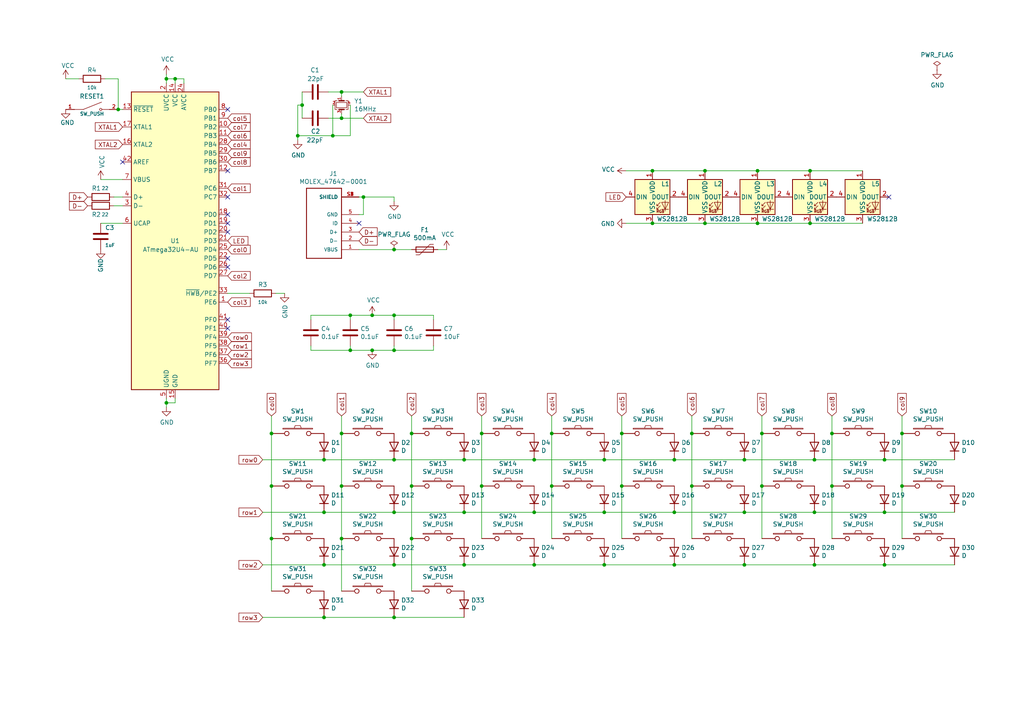
<source format=kicad_sch>
(kicad_sch (version 20230121) (generator eeschema)
  (paper "A4")
  (title_block (title "REVIUNG33") (date "2020-07-29") (rev "1.1.1"))
  (lib_symbols
    (symbol "Device:C" (pin_numbers hide) (pin_names (offset 0.254))
      (property "Reference" "C" (at 0.635 2.54 0))
      (property "Value" "C" (at 0.635 -2.54 0))
      (symbol "C_0_1"
        (polyline (pts (xy -2.032 -0.762) (xy 2.032 -0.762)) (stroke (width 0.508)))
        (polyline (pts (xy -2.032 0.762) (xy 2.032 0.762)) (stroke (width 0.508)))
      )
      (symbol "C_1_1"
        (pin passive line (at 0 3.81 270) (length 2.794) (name "~") (number "1"))
        (pin passive line (at 0 -3.81 90) (length 2.794) (name "~") (number "2"))
      )
    )
    (symbol "Device:Crystal_GND24_Small" (pin_names (offset 1.016) hide)
      (property "Reference" "Y" (at 1.27 4.445 0))
      (property "Value" "Crystal_GND24_Small" (at 1.27 2.54 0))
      (symbol "Crystal_GND24_Small_0_1"
        (rectangle (start -0.762 -1.524) (end 0.762 1.524))
        (polyline (pts (xy -1.27 -0.762) (xy -1.27 0.762)) (stroke (width 0.381)))
        (polyline (pts (xy 1.27 -0.762) (xy 1.27 0.762)) (stroke (width 0.381)))
        (polyline (pts (xy -1.27 -1.27) (xy -1.27 -1.905) (xy 1.27 -1.905) (xy 1.27 -1.27)))
        (polyline (pts (xy -1.27 1.27) (xy -1.27 1.905) (xy 1.27 1.905) (xy 1.27 1.27)))
      )
      (symbol "Crystal_GND24_Small_1_1"
        (pin passive line (at -2.54 0 0) (length 1.27) (name "1") (number "1"))
        (pin passive line (at 0 -2.54 90) (length 0.635) (name "2") (number "2"))
        (pin passive line (at 2.54 0 180) (length 1.27) (name "3") (number "3"))
        (pin passive line (at 0 2.54 270) (length 0.635) (name "4") (number "4"))
      )
    )
    (symbol "Device:D" (pin_numbers hide) (pin_names (offset 1.016) hide)
      (property "Reference" "D" (at 0 2.54 0))
      (property "Value" "D" (at 0 -2.54 0))
      (symbol "D_0_1"
        (polyline (pts (xy -1.27 1.27) (xy -1.27 -1.27)) (stroke (width 0.254)))
        (polyline (pts (xy 1.27 0) (xy -1.27 0)))
        (polyline (pts (xy 1.27 1.27) (xy 1.27 -1.27) (xy -1.27 0) (xy 1.27 1.27)) (stroke (width 0.254)))
      )
      (symbol "D_1_1"
        (pin passive line (at -3.81 0 0) (length 2.54) (name "K") (number "1"))
        (pin passive line (at 3.81 0 180) (length 2.54) (name "A") (number "2"))
      )
    )
    (symbol "Device:Polyfuse" (pin_numbers hide) (pin_names (offset 0))
      (property "Reference" "F" (at -2.54 0 90))
      (property "Value" "Polyfuse" (at 2.54 0 90))
      (symbol "Polyfuse_0_1"
        (rectangle (start -0.762 2.54) (end 0.762 -2.54) (stroke (width 0.254)))
        (polyline (pts (xy 0 2.54) (xy 0 -2.54)))
        (polyline (pts (xy -1.524 2.54) (xy -1.524 1.524) (xy 1.524 -1.524) (xy 1.524 -2.54)))
      )
      (symbol "Polyfuse_1_1"
        (pin passive line (at 0 3.81 270) (length 1.27) (name "~") (number "1"))
        (pin passive line (at 0 -3.81 90) (length 1.27) (name "~") (number "2"))
      )
    )
    (symbol "Device:R" (pin_numbers hide) (pin_names (offset 0))
      (property "Reference" "R" (at 2.032 0 90))
      (property "Value" "R" (at 0 0 90))
      (symbol "R_0_1"
        (rectangle (start -1.016 -2.54) (end 1.016 2.54) (stroke (width 0.254)))
      )
      (symbol "R_1_1"
        (pin passive line (at 0 3.81 270) (length 1.27) (name "~") (number "1"))
        (pin passive line (at 0 -3.81 90) (length 1.27) (name "~") (number "2"))
      )
    )
    (symbol "LED:WS2812B" (pin_names (offset 0.254))
      (property "Reference" "D" (at 5.08 5.715 0))
      (property "Value" "WS2812B" (at 1.27 -5.715 0))
      (symbol "WS2812B_0_0"
        (text "RGB" (at 2.286 -4.191 0) (effects (font (size 0.762 0.762))))
      )
      (symbol "WS2812B_0_1"
        (polyline (pts (xy 1.27 -3.556) (xy 1.778 -3.556)))
        (polyline (pts (xy 1.27 -2.54) (xy 1.778 -2.54)))
        (polyline (pts (xy 4.699 -3.556) (xy 2.667 -3.556)))
        (polyline (pts (xy 2.286 -2.54) (xy 1.27 -3.556) (xy 1.27 -3.048)))
        (polyline (pts (xy 2.286 -1.524) (xy 1.27 -2.54) (xy 1.27 -2.032)))
        (polyline (pts (xy 3.683 -1.016) (xy 3.683 -3.556) (xy 3.683 -4.064)))
        (polyline (pts (xy 4.699 -1.524) (xy 2.667 -1.524) (xy 3.683 -3.556) (xy 4.699 -1.524)))
        (rectangle (start 5.08 5.08) (end -5.08 -5.08) (stroke (width 0.254)) (fill (type background)))
      )
      (symbol "WS2812B_1_1"
        (pin power_in line (at 0 7.62 270) (length 2.54) (name "VDD") (number "1"))
        (pin output line (at 7.62 0 180) (length 2.54) (name "DOUT") (number "2"))
        (pin power_in line (at 0 -7.62 90) (length 2.54) (name "VSS") (number "3"))
        (pin input line (at -7.62 0 0) (length 2.54) (name "DIN") (number "4"))
      )
    )
    (symbol "power:GND" (power) (pin_names (offset 0))
      (property "Value" "GND" (at 0 -3.81 0))
      (symbol "GND_0_1"
        (polyline (pts (xy 0 0) (xy 0 -1.27) (xy 1.27 -1.27) (xy 0 -2.54) (xy -1.27 -1.27) (xy 0 -1.27)))
      )
      (symbol "GND_1_1"
        (pin power_in line (at 0 0 270) (length 0) hide (name "GND") (number "1"))
      )
    )
    (symbol "power:PWR_FLAG" (power) (pin_numbers hide) (pin_names (offset 0) hide)
      (property "Value" "PWR_FLAG" (at 0 3.81 0))
      (symbol "PWR_FLAG_0_0"
        (pin power_out line (at 0 0 90) (length 0) (name "pwr") (number "1"))
      )
      (symbol "PWR_FLAG_0_1"
        (polyline (pts (xy 0 0) (xy 0 1.27) (xy -1.016 1.905) (xy 0 2.54) (xy 1.016 1.905) (xy 0 1.27)))
      )
    )
    (symbol "power:VCC" (power) (pin_names (offset 0))
      (property "Value" "VCC" (at 0 3.81 0))
      (symbol "VCC_0_1"
        (polyline (pts (xy -0.762 1.27) (xy 0 2.54)))
        (polyline (pts (xy 0 0) (xy 0 2.54)))
        (polyline (pts (xy 0 2.54) (xy 0.762 1.27)))
      )
      (symbol "VCC_1_1"
        (pin power_in line (at 0 0 90) (length 0) hide (name "VCC") (number "1"))
      )
    )
    (symbol "reviung33-rescue:ATmega32U4-AU-MCU_Microchip_ATmega"
      (property "Reference" "U" (at -12.7 44.45 0))
      (property "Value" "MCU_Microchip_ATmega_ATmega32U4-AU" (at 2.54 -44.45 0))
      (symbol "ATmega32U4-AU-MCU_Microchip_ATmega_0_1"
        (rectangle (start -12.7 -43.18) (end 12.7 43.18) (stroke (width 0.254)) (fill (type background)))
      )
      (symbol "ATmega32U4-AU-MCU_Microchip_ATmega_1_1"
        (pin bidirectional line (at 15.24 -17.78 180) (length 2.54) (name "PE6") (number "1"))
        (pin bidirectional line (at 15.24 33.02 180) (length 2.54) (name "PB2") (number "10"))
        (pin bidirectional line (at 15.24 30.48 180) (length 2.54) (name "PB3") (number "11"))
        (pin bidirectional line (at 15.24 20.32 180) (length 2.54) (name "PB7") (number "12"))
        (pin input line (at -15.24 38.1 0) (length 2.54) (name "~{RESET}") (number "13"))
        (pin power_in line (at 0 45.72 270) (length 2.54) (name "VCC") (number "14"))
        (pin power_in line (at 0 -45.72 90) (length 2.54) (name "GND") (number "15"))
        (pin output line (at -15.24 27.94 0) (length 2.54) (name "XTAL2") (number "16"))
        (pin input line (at -15.24 33.02 0) (length 2.54) (name "XTAL1") (number "17"))
        (pin bidirectional line (at 15.24 7.62 180) (length 2.54) (name "PD0") (number "18"))
        (pin bidirectional line (at 15.24 5.08 180) (length 2.54) (name "PD1") (number "19"))
        (pin power_in line (at -2.54 45.72 270) (length 2.54) (name "UVCC") (number "2"))
        (pin bidirectional line (at 15.24 2.54 180) (length 2.54) (name "PD2") (number "20"))
        (pin bidirectional line (at 15.24 0 180) (length 2.54) (name "PD3") (number "21"))
        (pin bidirectional line (at 15.24 -5.08 180) (length 2.54) (name "PD5") (number "22"))
        (pin passive line (at 0 -45.72 90) (length 2.54) hide (name "GND") (number "23"))
        (pin power_in line (at 2.54 45.72 270) (length 2.54) (name "AVCC") (number "24"))
        (pin bidirectional line (at 15.24 -2.54 180) (length 2.54) (name "PD4") (number "25"))
        (pin bidirectional line (at 15.24 -7.62 180) (length 2.54) (name "PD6") (number "26"))
        (pin bidirectional line (at 15.24 -10.16 180) (length 2.54) (name "PD7") (number "27"))
        (pin bidirectional line (at 15.24 27.94 180) (length 2.54) (name "PB4") (number "28"))
        (pin bidirectional line (at 15.24 25.4 180) (length 2.54) (name "PB5") (number "29"))
        (pin bidirectional line (at -15.24 10.16 0) (length 2.54) (name "D-") (number "3"))
        (pin bidirectional line (at 15.24 22.86 180) (length 2.54) (name "PB6") (number "30"))
        (pin bidirectional line (at 15.24 15.24 180) (length 2.54) (name "PC6") (number "31"))
        (pin bidirectional line (at 15.24 12.7 180) (length 2.54) (name "PC7") (number "32"))
        (pin bidirectional line (at 15.24 -15.24 180) (length 2.54) (name "~{HWB}/PE2") (number "33"))
        (pin passive line (at 0 45.72 270) (length 2.54) hide (name "VCC") (number "34"))
        (pin passive line (at 0 -45.72 90) (length 2.54) hide (name "GND") (number "35"))
        (pin bidirectional line (at 15.24 -35.56 180) (length 2.54) (name "PF7") (number "36"))
        (pin bidirectional line (at 15.24 -33.02 180) (length 2.54) (name "PF6") (number "37"))
        (pin bidirectional line (at 15.24 -30.48 180) (length 2.54) (name "PF5") (number "38"))
        (pin bidirectional line (at 15.24 -27.94 180) (length 2.54) (name "PF4") (number "39"))
        (pin bidirectional line (at -15.24 12.7 0) (length 2.54) (name "D+") (number "4"))
        (pin bidirectional line (at 15.24 -25.4 180) (length 2.54) (name "PF1") (number "40"))
        (pin bidirectional line (at 15.24 -22.86 180) (length 2.54) (name "PF0") (number "41"))
        (pin passive line (at -15.24 22.86 0) (length 2.54) (name "AREF") (number "42"))
        (pin passive line (at 0 -45.72 90) (length 2.54) hide (name "GND") (number "43"))
        (pin passive line (at 2.54 45.72 270) (length 2.54) hide (name "AVCC") (number "44"))
        (pin passive line (at -2.54 -45.72 90) (length 2.54) (name "UGND") (number "5"))
        (pin passive line (at -15.24 5.08 0) (length 2.54) (name "UCAP") (number "6"))
        (pin input line (at -15.24 17.78 0) (length 2.54) (name "VBUS") (number "7"))
        (pin bidirectional line (at 15.24 38.1 180) (length 2.54) (name "PB0") (number "8"))
        (pin bidirectional line (at 15.24 35.56 180) (length 2.54) (name "PB1") (number "9"))
      )
    )
    (symbol "reviung33-rescue:B3U-1000P-_kbd_B3U-1000P" (pin_names (offset 1.016) hide)
      (property "Reference" "S" (at -2.54 2.54 0))
      (property "Value" "_kbd_B3U-1000P_B3U-1000P" (at -2.54 -2.54 0))
      (symbol "B3U-1000P-_kbd_B3U-1000P_0_0"
        (polyline (pts (xy -2.54 0) (xy -5.08 0)) (stroke (width 0.1524)))
        (polyline (pts (xy -2.54 0) (xy 2.794 2.1336)) (stroke (width 0.1524)))
        (polyline (pts (xy 5.08 0) (xy 2.921 0)) (stroke (width 0.1524)))
        (circle (center 2.54 0) (radius 0.3302) (stroke (width 0.1524)))
        (pin passive line (at -7.62 0 0) (length 2.54) (name "1") (number "1"))
        (pin passive line (at 7.62 0 180) (length 2.54) (name "2") (number "2"))
      )
    )
    (symbol "reviung33-rescue:MOLEX_47642-0001-_reviung-kbd" (pin_names (offset 1.016))
      (property "Reference" "J" (at -5.08 11.43 0))
      (property "Value" "_reviung-kbd_MOLEX_47642-0001" (at -5.08 -12.7 0))
      (symbol "MOLEX_47642-0001-_reviung-kbd_0_0"
        (polyline (pts (xy -5.08 -10.16) (xy 5.08 -10.16)) (stroke (width 0.254)))
        (polyline (pts (xy -5.08 10.16) (xy -5.08 -10.16)) (stroke (width 0.254)))
        (polyline (pts (xy 5.08 -10.16) (xy 5.08 10.16)) (stroke (width 0.254)))
        (polyline (pts (xy 5.08 10.16) (xy -5.08 10.16)) (stroke (width 0.254)))
        (pin power_in line (at -10.16 7.62 0) (length 5.08) (name "VBUS") (number "1"))
        (pin bidirectional line (at -10.16 5.08 0) (length 5.08) (name "D-") (number "2"))
        (pin bidirectional line (at -10.16 2.54 0) (length 5.08) (name "D+") (number "3"))
        (pin bidirectional line (at -10.16 0 0) (length 5.08) (name "ID") (number "4"))
        (pin power_in line (at -10.16 -2.54 0) (length 5.08) (name "GND") (number "5"))
        (pin power_in line (at -10.16 -7.62 0) (length 5.08) (name "SHIELD") (number "S1"))
        (pin power_in line (at -10.16 -7.62 0) (length 5.08) (name "SHIELD") (number "S2"))
        (pin power_in line (at -10.16 -7.62 0) (length 5.08) (name "SHIELD") (number "S3"))
        (pin power_in line (at -10.16 -7.62 0) (length 5.08) (name "SHIELD") (number "S4"))
      )
    )
    (symbol "reviung33-rescue:SW_PUSH-_reviung-kbd" (pin_numbers hide) (pin_names (offset 1.016) hide)
      (property "Reference" "SW" (at 3.81 2.794 0))
      (property "Value" "_reviung-kbd_SW_PUSH" (at 0 -2.032 0))
      (symbol "SW_PUSH-_reviung-kbd_0_1"
        (rectangle (start -4.318 1.27) (end 4.318 1.524))
        (polyline (pts (xy -1.016 1.524) (xy -0.762 2.286) (xy 0.762 2.286) (xy 1.016 1.524)))
        (pin passive inverted (at -7.62 0 0) (length 5.08) (name "1") (number "1"))
        (pin passive inverted (at 7.62 0 180) (length 5.08) (name "2") (number "2"))
      )
    )
  )
  (junction (at 134.62 148.59))
  (junction (at 93.98 133.35))
  (junction (at 219.71 49.53))
  (junction (at 241.3 140.97))
  (junction (at 114.3 163.83))
  (junction (at 105.41 57.15))
  (junction (at 78.74 125.73))
  (junction (at 256.54 163.83))
  (junction (at 48.26 22.86))
  (junction (at 220.98 125.73))
  (junction (at 204.47 64.77))
  (junction (at 160.02 140.97))
  (junction (at 114.3 148.59))
  (junction (at 107.95 101.6))
  (junction (at 175.26 163.83))
  (junction (at 34.29 31.75))
  (junction (at 154.94 133.35))
  (junction (at 93.98 163.83))
  (junction (at 234.95 64.77))
  (junction (at 99.06 140.97))
  (junction (at 256.54 133.35))
  (junction (at 204.47 49.53))
  (junction (at 195.58 133.35))
  (junction (at 261.62 140.97))
  (junction (at 154.94 163.83))
  (junction (at 236.22 133.35))
  (junction (at 220.98 140.97))
  (junction (at 200.66 140.97))
  (junction (at 180.34 125.73))
  (junction (at 114.3 72.39))
  (junction (at 119.38 156.21))
  (junction (at 87.63 30.48))
  (junction (at 93.98 148.59))
  (junction (at 175.26 148.59))
  (junction (at 78.74 156.21))
  (junction (at 99.06 26.67))
  (junction (at 195.58 163.83))
  (junction (at 114.3 179.07))
  (junction (at 99.06 125.73))
  (junction (at 134.62 163.83))
  (junction (at 114.3 91.44))
  (junction (at 236.22 163.83))
  (junction (at 139.7 140.97))
  (junction (at 180.34 140.97))
  (junction (at 160.02 125.73))
  (junction (at 189.23 64.77))
  (junction (at 241.3 125.73))
  (junction (at 219.71 64.77))
  (junction (at 234.95 49.53))
  (junction (at 119.38 125.73))
  (junction (at 107.95 91.44))
  (junction (at 96.52 39.37))
  (junction (at 200.66 125.73))
  (junction (at 86.36 39.37))
  (junction (at 114.3 101.6))
  (junction (at 256.54 148.59))
  (junction (at 99.06 34.29))
  (junction (at 119.38 140.97))
  (junction (at 101.6 101.6))
  (junction (at 114.3 133.35))
  (junction (at 195.58 148.59))
  (junction (at 215.9 133.35))
  (junction (at 154.94 148.59))
  (junction (at 189.23 49.53))
  (junction (at 99.06 156.21))
  (junction (at 175.26 133.35))
  (junction (at 48.26 116.84))
  (junction (at 78.74 140.97))
  (junction (at 134.62 133.35))
  (junction (at 215.9 163.83))
  (junction (at 261.62 125.73))
  (junction (at 50.8 22.86))
  (junction (at 93.98 179.07))
  (junction (at 215.9 148.59))
  (junction (at 236.22 148.59))
  (junction (at 139.7 125.73))
  (junction (at 101.6 91.44))
  (no_connect (at 66.04 77.47))
  (no_connect (at 66.04 67.31))
  (no_connect (at 66.04 57.15))
  (no_connect (at 66.04 74.93))
  (no_connect (at 66.04 95.25))
  (no_connect (at 104.14 64.77))
  (no_connect (at 66.04 49.53))
  (no_connect (at 66.04 62.23))
  (no_connect (at 35.56 46.99))
  (no_connect (at 66.04 92.71))
  (no_connect (at 257.81 57.15))
  (no_connect (at 66.04 64.77))
  (no_connect (at 66.04 31.75))
  (wire (pts (xy 35.56 31.75) (xy 34.29 31.75)))
  (wire (pts (xy 219.71 49.53) (xy 234.95 49.53)))
  (wire (pts (xy 78.74 125.73) (xy 78.74 140.97)))
  (wire (pts (xy 125.73 101.6) (xy 114.3 101.6)))
  (wire (pts (xy 48.26 24.13) (xy 48.26 22.86)))
  (wire (pts (xy 93.98 163.83) (xy 114.3 163.83)))
  (wire (pts (xy 86.36 30.48) (xy 87.63 30.48)))
  (wire (pts (xy 90.17 101.6) (xy 90.17 100.33)))
  (wire (pts (xy 139.7 140.97) (xy 139.7 156.21)))
  (wire (pts (xy 101.6 101.6) (xy 90.17 101.6)))
  (wire (pts (xy 48.26 116.84) (xy 48.26 118.11)))
  (wire (pts (xy 114.3 133.35) (xy 134.62 133.35)))
  (wire (pts (xy 86.36 30.48) (xy 86.36 39.37)))
  (wire (pts (xy 154.94 133.35) (xy 175.26 133.35)))
  (wire (pts (xy 175.26 133.35) (xy 195.58 133.35)))
  (wire (pts (xy 93.98 148.59) (xy 114.3 148.59)))
  (wire (pts (xy 154.94 163.83) (xy 175.26 163.83)))
  (wire (pts (xy 105.41 57.15) (xy 114.3 57.15)))
  (wire (pts (xy 105.41 62.23) (xy 105.41 57.15)))
  (wire (pts (xy 99.06 140.97) (xy 99.06 156.21)))
  (wire (pts (xy 78.74 156.21) (xy 78.74 171.45)))
  (wire (pts (xy 78.74 140.97) (xy 78.74 156.21)))
  (wire (pts (xy 114.3 163.83) (xy 134.62 163.83)))
  (wire (pts (xy 180.34 125.73) (xy 180.34 140.97)))
  (wire (pts (xy 139.7 120.65) (xy 139.7 125.73)))
  (wire (pts (xy 90.17 92.71) (xy 90.17 91.44)))
  (wire (pts (xy 105.41 57.15) (xy 104.14 57.15)))
  (wire (pts (xy 76.2 179.07) (xy 93.98 179.07)))
  (wire (pts (xy 80.01 85.09) (xy 82.55 85.09)))
  (wire (pts (xy 33.02 57.15) (xy 35.56 57.15)))
  (wire (pts (xy 236.22 133.35) (xy 256.54 133.35)))
  (wire (pts (xy 90.17 91.44) (xy 101.6 91.44)))
  (wire (pts (xy 76.2 133.35) (xy 93.98 133.35)))
  (wire (pts (xy 48.26 22.86) (xy 48.26 21.59)))
  (wire (pts (xy 114.3 101.6) (xy 107.95 101.6)))
  (wire (pts (xy 189.23 64.77) (xy 204.47 64.77)))
  (wire (pts (xy 160.02 140.97) (xy 160.02 156.21)))
  (wire (pts (xy 86.36 39.37) (xy 86.36 40.64)))
  (wire (pts (xy 114.3 92.71) (xy 114.3 91.44)))
  (wire (pts (xy 101.6 30.48) (xy 101.6 39.37)))
  (wire (pts (xy 175.26 148.59) (xy 195.58 148.59)))
  (wire (pts (xy 261.62 140.97) (xy 261.62 156.21)))
  (wire (pts (xy 215.9 148.59) (xy 236.22 148.59)))
  (wire (pts (xy 99.06 26.67) (xy 99.06 27.94)))
  (wire (pts (xy 119.38 120.65) (xy 119.38 125.73)))
  (wire (pts (xy 105.41 34.29) (xy 99.06 34.29)))
  (wire (pts (xy 204.47 49.53) (xy 219.71 49.53)))
  (wire (pts (xy 200.66 120.65) (xy 200.66 125.73)))
  (wire (pts (xy 96.52 39.37) (xy 96.52 30.48)))
  (wire (pts (xy 50.8 22.86) (xy 48.26 22.86)))
  (wire (pts (xy 53.34 24.13) (xy 53.34 22.86)))
  (wire (pts (xy 180.34 140.97) (xy 180.34 156.21)))
  (wire (pts (xy 241.3 120.65) (xy 241.3 125.73)))
  (wire (pts (xy 236.22 148.59) (xy 256.54 148.59)))
  (wire (pts (xy 256.54 148.59) (xy 276.86 148.59)))
  (wire (pts (xy 34.29 22.86) (xy 30.48 22.86)))
  (wire (pts (xy 101.6 39.37) (xy 96.52 39.37)))
  (wire (pts (xy 114.3 100.33) (xy 114.3 101.6)))
  (wire (pts (xy 76.2 148.59) (xy 93.98 148.59)))
  (wire (pts (xy 160.02 120.65) (xy 160.02 125.73)))
  (wire (pts (xy 261.62 125.73) (xy 261.62 140.97)))
  (wire (pts (xy 200.66 125.73) (xy 200.66 140.97)))
  (wire (pts (xy 241.3 140.97) (xy 241.3 156.21)))
  (wire (pts (xy 119.38 140.97) (xy 119.38 156.21)))
  (wire (pts (xy 22.86 22.86) (xy 19.05 22.86)))
  (wire (pts (xy 134.62 148.59) (xy 154.94 148.59)))
  (wire (pts (xy 195.58 163.83) (xy 215.9 163.83)))
  (wire (pts (xy 256.54 133.35) (xy 276.86 133.35)))
  (wire (pts (xy 114.3 148.59) (xy 134.62 148.59)))
  (wire (pts (xy 93.98 133.35) (xy 114.3 133.35)))
  (wire (pts (xy 34.29 31.75) (xy 34.29 22.86)))
  (wire (pts (xy 93.98 179.07) (xy 114.3 179.07)))
  (wire (pts (xy 114.3 179.07) (xy 134.62 179.07)))
  (wire (pts (xy 219.71 64.77) (xy 234.95 64.77)))
  (wire (pts (xy 220.98 125.73) (xy 220.98 140.97)))
  (wire (pts (xy 66.04 85.09) (xy 72.39 85.09)))
  (wire (pts (xy 78.74 120.65) (xy 78.74 125.73)))
  (wire (pts (xy 99.06 125.73) (xy 99.06 140.97)))
  (wire (pts (xy 104.14 72.39) (xy 114.3 72.39)))
  (wire (pts (xy 236.22 163.83) (xy 256.54 163.83)))
  (wire (pts (xy 195.58 148.59) (xy 215.9 148.59)))
  (wire (pts (xy 234.95 64.77) (xy 250.19 64.77)))
  (wire (pts (xy 99.06 156.21) (xy 99.06 171.45)))
  (wire (pts (xy 76.2 163.83) (xy 93.98 163.83)))
  (wire (pts (xy 127 72.39) (xy 129.54 72.39)))
  (wire (pts (xy 125.73 91.44) (xy 125.73 92.71)))
  (wire (pts (xy 119.38 156.21) (xy 119.38 171.45)))
  (wire (pts (xy 195.58 133.35) (xy 215.9 133.35)))
  (wire (pts (xy 107.95 101.6) (xy 101.6 101.6)))
  (wire (pts (xy 220.98 120.65) (xy 220.98 125.73)))
  (wire (pts (xy 101.6 100.33) (xy 101.6 101.6)))
  (wire (pts (xy 261.62 120.65) (xy 261.62 125.73)))
  (wire (pts (xy 96.52 39.37) (xy 86.36 39.37)))
  (wire (pts (xy 234.95 49.53) (xy 250.19 49.53)))
  (wire (pts (xy 35.56 64.77) (xy 29.21 64.77)))
  (wire (pts (xy 87.63 26.67) (xy 87.63 30.48)))
  (wire (pts (xy 33.02 59.69) (xy 35.56 59.69)))
  (wire (pts (xy 200.66 140.97) (xy 200.66 156.21)))
  (wire (pts (xy 180.34 120.65) (xy 180.34 125.73)))
  (wire (pts (xy 48.26 115.57) (xy 48.26 116.84)))
  (wire (pts (xy 125.73 100.33) (xy 125.73 101.6)))
  (wire (pts (xy 105.41 26.67) (xy 99.06 26.67)))
  (wire (pts (xy 215.9 163.83) (xy 236.22 163.83)))
  (wire (pts (xy 104.14 62.23) (xy 105.41 62.23)))
  (wire (pts (xy 119.38 125.73) (xy 119.38 140.97)))
  (wire (pts (xy 50.8 116.84) (xy 48.26 116.84)))
  (wire (pts (xy 114.3 57.15) (xy 114.3 58.42)))
  (wire (pts (xy 134.62 163.83) (xy 154.94 163.83)))
  (wire (pts (xy 50.8 24.13) (xy 50.8 22.86)))
  (wire (pts (xy 29.21 52.07) (xy 35.56 52.07)))
  (wire (pts (xy 101.6 91.44) (xy 107.95 91.44)))
  (wire (pts (xy 189.23 49.53) (xy 204.47 49.53)))
  (wire (pts (xy 181.61 49.53) (xy 189.23 49.53)))
  (wire (pts (xy 215.9 133.35) (xy 236.22 133.35)))
  (wire (pts (xy 99.06 34.29) (xy 95.25 34.29)))
  (wire (pts (xy 99.06 26.67) (xy 95.25 26.67)))
  (wire (pts (xy 114.3 91.44) (xy 125.73 91.44)))
  (wire (pts (xy 204.47 64.77) (xy 219.71 64.77)))
  (wire (pts (xy 107.95 91.44) (xy 114.3 91.44)))
  (wire (pts (xy 220.98 140.97) (xy 220.98 156.21)))
  (wire (pts (xy 175.26 163.83) (xy 195.58 163.83)))
  (wire (pts (xy 181.61 64.77) (xy 189.23 64.77)))
  (wire (pts (xy 114.3 72.39) (xy 119.38 72.39)))
  (wire (pts (xy 241.3 125.73) (xy 241.3 140.97)))
  (wire (pts (xy 87.63 30.48) (xy 87.63 34.29)))
  (wire (pts (xy 101.6 92.71) (xy 101.6 91.44)))
  (wire (pts (xy 53.34 22.86) (xy 50.8 22.86)))
  (wire (pts (xy 160.02 125.73) (xy 160.02 140.97)))
  (wire (pts (xy 134.62 133.35) (xy 154.94 133.35)))
  (wire (pts (xy 99.06 120.65) (xy 99.06 125.73)))
  (wire (pts (xy 256.54 163.83) (xy 276.86 163.83)))
  (wire (pts (xy 50.8 115.57) (xy 50.8 116.84)))
  (wire (pts (xy 99.06 34.29) (xy 99.06 33.02)))
  (wire (pts (xy 154.94 148.59) (xy 175.26 148.59)))
  (wire (pts (xy 139.7 125.73) (xy 139.7 140.97)))
  (global_label "col4" (shape input) (at 66.04 41.91 0) (property "Intersheetrefs" "${INTERSHEET_REFS}" (effects hide)))
  (global_label "XTAL1" (shape input) (at 105.41 26.67 0) (property "Intersheetrefs" "${INTERSHEET_REFS}" (effects hide)))
  (global_label "col1" (shape input) (at 66.04 54.61 0) (property "Intersheetrefs" "${INTERSHEET_REFS}" (effects hide)))
  (global_label "row0" (shape input) (at 76.2 133.35 180) (property "Intersheetrefs" "${INTERSHEET_REFS}" (effects hide)))
  (global_label "col5" (shape input) (at 180.34 120.65 90) (property "Intersheetrefs" "${INTERSHEET_REFS}" (effects hide)))
  (global_label "col0" (shape input) (at 66.04 72.39 0) (property "Intersheetrefs" "${INTERSHEET_REFS}" (effects hide)))
  (global_label "D+" (shape input) (at 104.14 67.31 0) (property "Intersheetrefs" "${INTERSHEET_REFS}" (effects hide)))
  (global_label "XTAL2" (shape input) (at 35.56 41.91 180) (property "Intersheetrefs" "${INTERSHEET_REFS}" (effects hide)))
  (global_label "col5" (shape input) (at 66.04 34.29 0) (property "Intersheetrefs" "${INTERSHEET_REFS}" (effects hide)))
  (global_label "col1" (shape input) (at 99.06 120.65 90) (property "Intersheetrefs" "${INTERSHEET_REFS}" (effects hide)))
  (global_label "row0" (shape input) (at 66.04 97.79 0) (property "Intersheetrefs" "${INTERSHEET_REFS}" (effects hide)))
  (global_label "D+" (shape input) (at 25.4 57.15 180) (property "Intersheetrefs" "${INTERSHEET_REFS}" (effects hide)))
  (global_label "XTAL1" (shape input) (at 35.56 36.83 180) (property "Intersheetrefs" "${INTERSHEET_REFS}" (effects hide)))
  (global_label "col9" (shape input) (at 66.04 44.45 0) (property "Intersheetrefs" "${INTERSHEET_REFS}" (effects hide)))
  (global_label "row3" (shape input) (at 66.04 105.41 0) (property "Intersheetrefs" "${INTERSHEET_REFS}" (effects hide)))
  (global_label "col6" (shape input) (at 200.66 120.65 90) (property "Intersheetrefs" "${INTERSHEET_REFS}" (effects hide)))
  (global_label "col3" (shape input) (at 139.7 120.65 90) (property "Intersheetrefs" "${INTERSHEET_REFS}" (effects hide)))
  (global_label "row2" (shape input) (at 76.2 163.83 180) (property "Intersheetrefs" "${INTERSHEET_REFS}" (effects hide)))
  (global_label "LED" (shape input) (at 66.04 69.85 0) (property "Intersheetrefs" "${INTERSHEET_REFS}" (effects hide)))
  (global_label "D-" (shape input) (at 25.4 59.69 180) (property "Intersheetrefs" "${INTERSHEET_REFS}" (effects hide)))
  (global_label "col8" (shape input) (at 66.04 46.99 0) (property "Intersheetrefs" "${INTERSHEET_REFS}" (effects hide)))
  (global_label "col0" (shape input) (at 78.74 120.65 90) (property "Intersheetrefs" "${INTERSHEET_REFS}" (effects hide)))
  (global_label "col4" (shape input) (at 160.02 120.65 90) (property "Intersheetrefs" "${INTERSHEET_REFS}" (effects hide)))
  (global_label "col7" (shape input) (at 220.98 120.65 90) (property "Intersheetrefs" "${INTERSHEET_REFS}" (effects hide)))
  (global_label "col2" (shape input) (at 66.04 80.01 0) (property "Intersheetrefs" "${INTERSHEET_REFS}" (effects hide)))
  (global_label "col9" (shape input) (at 261.62 120.65 90) (property "Intersheetrefs" "${INTERSHEET_REFS}" (effects hide)))
  (global_label "row1" (shape input) (at 66.04 100.33 0) (property "Intersheetrefs" "${INTERSHEET_REFS}" (effects hide)))
  (global_label "col8" (shape input) (at 241.3 120.65 90) (property "Intersheetrefs" "${INTERSHEET_REFS}" (effects hide)))
  (global_label "D-" (shape input) (at 104.14 69.85 0) (property "Intersheetrefs" "${INTERSHEET_REFS}" (effects hide)))
  (global_label "row2" (shape input) (at 66.04 102.87 0) (property "Intersheetrefs" "${INTERSHEET_REFS}" (effects hide)))
  (global_label "col3" (shape input) (at 66.04 87.63 0) (property "Intersheetrefs" "${INTERSHEET_REFS}" (effects hide)))
  (global_label "LED" (shape input) (at 181.61 57.15 180) (property "Intersheetrefs" "${INTERSHEET_REFS}" (effects hide)))
  (global_label "col7" (shape input) (at 66.04 36.83 0) (property "Intersheetrefs" "${INTERSHEET_REFS}" (effects hide)))
  (global_label "col2" (shape input) (at 119.38 120.65 90) (property "Intersheetrefs" "${INTERSHEET_REFS}" (effects hide)))
  (global_label "row1" (shape input) (at 76.2 148.59 180) (property "Intersheetrefs" "${INTERSHEET_REFS}" (effects hide)))
  (global_label "XTAL2" (shape input) (at 105.41 34.29 0) (property "Intersheetrefs" "${INTERSHEET_REFS}" (effects hide)))
  (global_label "row3" (shape input) (at 76.2 179.07 180) (property "Intersheetrefs" "${INTERSHEET_REFS}" (effects hide)))
  (global_label "col6" (shape input) (at 66.04 39.37 0) (property "Intersheetrefs" "${INTERSHEET_REFS}" (effects hide)))
  (symbol (lib_id "power:VCC") (at 107.95 91.44 0) (unit 1)
    (property "Reference" "#PWR012" (effects hide))
    (property "Value" "VCC" (at 108.331 87.0458 0))
  )
  (symbol (lib_id "Device:C") (at 125.73 96.52 0) (unit 1)
    (property "Reference" "C7" (at 128.651 95.3516 0) (effects (justify left)))
    (property "Value" "10uF" (at 128.651 97.663 0) (effects (justify left)))
    (property "Footprint" "Capacitor_SMD:C_1206_3216Metric_Pad1.42x1.75mm_HandSolder" (effects hide))
  )
  (symbol (lib_id "power:GND") (at 107.95 101.6 0) (unit 1)
    (property "Reference" "#PWR013" (effects hide))
    (property "Value" "GND" (at 108.077 105.9942 0))
  )
  (symbol (lib_id "Device:C") (at 114.3 96.52 0) (unit 1)
    (property "Reference" "C6" (at 117.221 95.3516 0) (effects (justify left)))
    (property "Value" "0.1uF" (at 117.221 97.663 0) (effects (justify left)))
    (property "Footprint" "Capacitor_SMD:C_1206_3216Metric_Pad1.42x1.75mm_HandSolder" (effects hide))
  )
  (symbol (lib_id "Device:Polyfuse") (at 123.19 72.39 270) (unit 1)
    (property "Reference" "F1" (at 123.19 66.675 90))
    (property "Value" "500mA" (at 123.19 68.9864 90))
    (property "Footprint" "Fuse:Fuse_0805_2012Metric_Pad1.15x1.40mm_HandSolder" (effects hide))
  )
  (symbol (lib_id "Device:R") (at 29.21 59.69 270) (unit 1)
    (property "Reference" "R2" (at 27.94 62.23 90))
    (property "Value" "22" (at 30.48 62.23 90) (effects (font (size 0.9906 0.9906))))
    (property "Footprint" "Resistor_SMD:R_1206_3216Metric_Pad1.42x1.75mm_HandSolder" (effects hide))
  )
  (symbol (lib_id "Device:R") (at 29.21 57.15 270) (unit 1)
    (property "Reference" "R1" (at 27.94 54.61 90))
    (property "Value" "22" (at 30.48 54.61 90) (effects (font (size 0.9906 0.9906))))
    (property "Footprint" "Resistor_SMD:R_1206_3216Metric_Pad1.42x1.75mm_HandSolder" (effects hide))
  )
  (symbol (lib_id "Device:C") (at 29.21 68.58 0) (unit 1)
    (property "Reference" "C3" (at 30.48 66.04 0) (effects (justify left)))
    (property "Value" "1uF" (at 30.48 71.12 0) (effects (font (size 0.9906 0.9906)) (justify left)))
    (property "Footprint" "Capacitor_SMD:C_1206_3216Metric_Pad1.42x1.75mm_HandSolder" (effects hide))
  )
  (symbol (lib_id "Device:R") (at 26.67 22.86 270) (unit 1)
    (property "Reference" "R4" (at 26.67 20.32 90))
    (property "Value" "10k" (at 26.67 25.4 90) (effects (font (size 0.9906 0.9906))))
    (property "Footprint" "Resistor_SMD:R_1206_3216Metric_Pad1.42x1.75mm_HandSolder" (effects hide))
  )
  (symbol (lib_id "reviung33-rescue:B3U-1000P-_kbd_B3U-1000P") (at 26.67 31.75 0) (unit 1)
    (property "Reference" "RESET1" (at 26.67 27.94 0))
    (property "Value" "SW_PUSH" (at 26.67 33.02 0) (effects (font (size 0.9906 0.9906))))
    (property "Footprint" "_reviung-kbd:SW_SPST_B3U-1000P" (effects hide))
  )
  (symbol (lib_id "Device:C") (at 91.44 34.29 270) (unit 1)
    (property "Reference" "C2" (at 90.17 38.1 90) (effects (justify left)))
    (property "Value" "22pF" (at 88.9 40.64 90) (effects (justify left)))
    (property "Footprint" "Capacitor_SMD:C_1206_3216Metric_Pad1.42x1.75mm_HandSolder" (effects hide))
  )
  (symbol (lib_id "Device:C") (at 91.44 26.67 90) (unit 1)
    (property "Reference" "C1" (at 92.71 20.32 90) (effects (justify left)))
    (property "Value" "22pF" (at 93.98 22.86 90) (effects (justify left)))
    (property "Footprint" "Capacitor_SMD:C_1206_3216Metric_Pad1.42x1.75mm_HandSolder" (effects hide))
  )
  (symbol (lib_id "power:GND") (at 29.21 72.39 0) (unit 1)
    (property "Reference" "#PWR09" (effects hide))
    (property "Value" "GND" (at 29.21 74.93 90) (effects (justify right)))
  )
  (symbol (lib_id "power:VCC") (at 19.05 22.86 0) (unit 1)
    (property "Reference" "#PWR02" (effects hide))
    (property "Value" "VCC" (at 17.78 19.05 0) (effects (justify left)))
  )
  (symbol (lib_id "power:GND") (at 19.05 31.75 0) (unit 1)
    (property "Reference" "#PWR03" (effects hide))
    (property "Value" "GND" (at 21.59 35.56 0) (effects (justify right)))
  )
  (symbol (lib_id "power:GND") (at 86.36 40.64 0) (unit 1)
    (property "Reference" "#PWR04" (effects hide))
    (property "Value" "GND" (at 86.487 45.0342 0))
  )
  (symbol (lib_id "power:VCC") (at 29.21 52.07 0) (unit 1)
    (property "Reference" "#PWR06" (effects hide))
    (property "Value" "VCC" (at 29.591 48.8442 90) (effects (justify left)))
  )
  (symbol (lib_id "power:GND") (at 82.55 85.09 0) (unit 1)
    (property "Reference" "#PWR011" (effects hide))
    (property "Value" "GND" (at 82.677 88.3412 90) (effects (justify right)))
  )
  (symbol (lib_id "Device:R") (at 76.2 85.09 270) (unit 1)
    (property "Reference" "R3" (at 76.2 82.55 90))
    (property "Value" "10k" (at 76.2 87.63 90) (effects (font (size 0.9906 0.9906))))
    (property "Footprint" "Resistor_SMD:R_1206_3216Metric_Pad1.42x1.75mm_HandSolder" (effects hide))
  )
  (symbol (lib_id "power:PWR_FLAG") (at 114.3 72.39 0) (unit 1)
    (property "Reference" "#FLG01" (effects hide))
    (property "Value" "PWR_FLAG" (at 114.3 67.9958 0))
  )
  (symbol (lib_id "reviung33-rescue:SW_PUSH-_reviung-kbd") (at 86.36 125.73 0) (unit 1)
    (property "Reference" "SW1" (at 86.36 119.253 0))
    (property "Value" "SW_PUSH" (at 86.36 121.5644 0))
    (property "Footprint" "_reviung-kbd:MXOnly-1U-Hotswap" (effects hide))
  )
  (symbol (lib_id "Device:D") (at 93.98 129.54 90) (unit 1)
    (property "Reference" "D1" (at 96.012 128.3716 90) (effects (justify right)))
    (property "Value" "D" (at 96.012 130.683 90) (effects (justify right)))
    (property "Footprint" "_reviung-kbd:D3_SMD_1side" (effects hide))
  )
  (symbol (lib_id "reviung33-rescue:SW_PUSH-_reviung-kbd") (at 86.36 140.97 0) (unit 1)
    (property "Reference" "SW11" (at 86.36 134.493 0))
    (property "Value" "SW_PUSH" (at 86.36 136.8044 0))
    (property "Footprint" "_reviung-kbd:MXOnly-1U-Hotswap" (effects hide))
  )
  (symbol (lib_id "Device:D") (at 93.98 144.78 90) (unit 1)
    (property "Reference" "D11" (at 96.012 143.6116 90) (effects (justify right)))
    (property "Value" "D" (at 96.012 145.923 90) (effects (justify right)))
    (property "Footprint" "_reviung-kbd:D3_SMD_1side" (effects hide))
  )
  (symbol (lib_id "reviung33-rescue:SW_PUSH-_reviung-kbd") (at 86.36 156.21 0) (unit 1)
    (property "Reference" "SW21" (at 86.36 149.733 0))
    (property "Value" "SW_PUSH" (at 86.36 152.0444 0))
    (property "Footprint" "_reviung-kbd:MXOnly-1U-Hotswap" (effects hide))
  )
  (symbol (lib_id "Device:D") (at 93.98 160.02 90) (unit 1)
    (property "Reference" "D21" (at 96.012 158.8516 90) (effects (justify right)))
    (property "Value" "D" (at 96.012 161.163 90) (effects (justify right)))
    (property "Footprint" "_reviung-kbd:D3_SMD_1side" (effects hide))
  )
  (symbol (lib_id "reviung33-rescue:SW_PUSH-_reviung-kbd") (at 86.36 171.45 0) (unit 1)
    (property "Reference" "SW31" (at 86.36 164.973 0))
    (property "Value" "SW_PUSH" (at 86.36 167.2844 0))
    (property "Footprint" "_reviung-kbd:MXOnly-1U-Hotswap" (effects hide))
  )
  (symbol (lib_id "Device:D") (at 93.98 175.26 90) (unit 1)
    (property "Reference" "D31" (at 96.012 174.0916 90) (effects (justify right)))
    (property "Value" "D" (at 96.012 176.403 90) (effects (justify right)))
    (property "Footprint" "_reviung-kbd:D3_SMD_1side" (effects hide))
  )
  (symbol (lib_id "reviung33-rescue:SW_PUSH-_reviung-kbd") (at 106.68 125.73 0) (unit 1)
    (property "Reference" "SW2" (at 106.68 119.253 0))
    (property "Value" "SW_PUSH" (at 106.68 121.5644 0))
    (property "Footprint" "_reviung-kbd:MXOnly-1U-Hotswap" (effects hide))
  )
  (symbol (lib_id "Device:D") (at 114.3 129.54 90) (unit 1)
    (property "Reference" "D2" (at 116.332 128.3716 90) (effects (justify right)))
    (property "Value" "D" (at 116.332 130.683 90) (effects (justify right)))
    (property "Footprint" "_reviung-kbd:D3_SMD_1side" (effects hide))
  )
  (symbol (lib_id "reviung33-rescue:SW_PUSH-_reviung-kbd") (at 106.68 140.97 0) (unit 1)
    (property "Reference" "SW12" (at 106.68 134.493 0))
    (property "Value" "SW_PUSH" (at 106.68 136.8044 0))
    (property "Footprint" "_reviung-kbd:MXOnly-1U-Hotswap" (effects hide))
  )
  (symbol (lib_id "Device:D") (at 114.3 144.78 90) (unit 1)
    (property "Reference" "D12" (at 116.332 143.6116 90) (effects (justify right)))
    (property "Value" "D" (at 116.332 145.923 90) (effects (justify right)))
    (property "Footprint" "_reviung-kbd:D3_SMD_1side" (effects hide))
  )
  (symbol (lib_id "reviung33-rescue:SW_PUSH-_reviung-kbd") (at 106.68 156.21 0) (unit 1)
    (property "Reference" "SW22" (at 106.68 149.733 0))
    (property "Value" "SW_PUSH" (at 106.68 152.0444 0))
    (property "Footprint" "_reviung-kbd:MXOnly-1U-Hotswap" (effects hide))
  )
  (symbol (lib_id "Device:D") (at 114.3 160.02 90) (unit 1)
    (property "Reference" "D22" (at 116.332 158.8516 90) (effects (justify right)))
    (property "Value" "D" (at 116.332 161.163 90) (effects (justify right)))
    (property "Footprint" "_reviung-kbd:D3_SMD_1side" (effects hide))
  )
  (symbol (lib_id "reviung33-rescue:SW_PUSH-_reviung-kbd") (at 106.68 171.45 0) (unit 1)
    (property "Reference" "SW32" (at 106.68 164.973 0))
    (property "Value" "SW_PUSH" (at 106.68 167.2844 0))
    (property "Footprint" "_reviung-kbd:MXOnly-6.25U-Hotswap-ReversedStabilizers" (effects hide))
  )
  (symbol (lib_id "Device:D") (at 114.3 175.26 90) (unit 1)
    (property "Reference" "D32" (at 116.332 174.0916 90) (effects (justify right)))
    (property "Value" "D" (at 116.332 176.403 90) (effects (justify right)))
    (property "Footprint" "_reviung-kbd:D3_SMD_1side" (effects hide))
  )
  (symbol (lib_id "reviung33-rescue:SW_PUSH-_reviung-kbd") (at 127 125.73 0) (unit 1)
    (property "Reference" "SW3" (at 127 119.253 0))
    (property "Value" "SW_PUSH" (at 127 121.5644 0))
    (property "Footprint" "_reviung-kbd:MXOnly-1U-Hotswap" (effects hide))
  )
  (symbol (lib_id "Device:D") (at 134.62 129.54 90) (unit 1)
    (property "Reference" "D3" (at 136.652 128.3716 90) (effects (justify right)))
    (property "Value" "D" (at 136.652 130.683 90) (effects (justify right)))
    (property "Footprint" "_reviung-kbd:D3_SMD_1side" (effects hide))
  )
  (symbol (lib_id "reviung33-rescue:SW_PUSH-_reviung-kbd") (at 127 140.97 0) (unit 1)
    (property "Reference" "SW13" (at 127 134.493 0))
    (property "Value" "SW_PUSH" (at 127 136.8044 0))
    (property "Footprint" "_reviung-kbd:MXOnly-1U-Hotswap" (effects hide))
  )
  (symbol (lib_id "Device:D") (at 134.62 144.78 90) (unit 1)
    (property "Reference" "D13" (at 136.652 143.6116 90) (effects (justify right)))
    (property "Value" "D" (at 136.652 145.923 90) (effects (justify right)))
    (property "Footprint" "_reviung-kbd:D3_SMD_1side" (effects hide))
  )
  (symbol (lib_id "reviung33-rescue:SW_PUSH-_reviung-kbd") (at 127 156.21 0) (unit 1)
    (property "Reference" "SW23" (at 127 149.733 0))
    (property "Value" "SW_PUSH" (at 127 152.0444 0))
    (property "Footprint" "_reviung-kbd:MXOnly-1U-Hotswap" (effects hide))
  )
  (symbol (lib_id "Device:D") (at 134.62 160.02 90) (unit 1)
    (property "Reference" "D23" (at 136.652 158.8516 90) (effects (justify right)))
    (property "Value" "D" (at 136.652 161.163 90) (effects (justify right)))
    (property "Footprint" "_reviung-kbd:D3_SMD_1side" (effects hide))
  )
  (symbol (lib_id "reviung33-rescue:SW_PUSH-_reviung-kbd") (at 127 171.45 0) (unit 1)
    (property "Reference" "SW33" (at 127 164.973 0))
    (property "Value" "SW_PUSH" (at 127 167.2844 0))
    (property "Footprint" "_reviung-kbd:MXOnly-1U-Hotswap" (effects hide))
  )
  (symbol (lib_id "Device:D") (at 134.62 175.26 90) (unit 1)
    (property "Reference" "D33" (at 136.652 174.0916 90) (effects (justify right)))
    (property "Value" "D" (at 136.652 176.403 90) (effects (justify right)))
    (property "Footprint" "_reviung-kbd:D3_SMD_1side" (effects hide))
  )
  (symbol (lib_id "reviung33-rescue:SW_PUSH-_reviung-kbd") (at 147.32 125.73 0) (unit 1)
    (property "Reference" "SW4" (at 147.32 119.253 0))
    (property "Value" "SW_PUSH" (at 147.32 121.5644 0))
    (property "Footprint" "_reviung-kbd:MXOnly-1U-Hotswap" (effects hide))
  )
  (symbol (lib_id "Device:D") (at 154.94 129.54 90) (unit 1)
    (property "Reference" "D4" (at 156.972 128.3716 90) (effects (justify right)))
    (property "Value" "D" (at 156.972 130.683 90) (effects (justify right)))
    (property "Footprint" "_reviung-kbd:D3_SMD_1side" (effects hide))
  )
  (symbol (lib_id "reviung33-rescue:SW_PUSH-_reviung-kbd") (at 147.32 140.97 0) (unit 1)
    (property "Reference" "SW14" (at 147.32 134.493 0))
    (property "Value" "SW_PUSH" (at 147.32 136.8044 0))
    (property "Footprint" "_reviung-kbd:MXOnly-1U-Hotswap" (effects hide))
  )
  (symbol (lib_id "Device:D") (at 154.94 144.78 90) (unit 1)
    (property "Reference" "D14" (at 156.972 143.6116 90) (effects (justify right)))
    (property "Value" "D" (at 156.972 145.923 90) (effects (justify right)))
    (property "Footprint" "_reviung-kbd:D3_SMD_1side" (effects hide))
  )
  (symbol (lib_id "reviung33-rescue:SW_PUSH-_reviung-kbd") (at 147.32 156.21 0) (unit 1)
    (property "Reference" "SW24" (at 147.32 149.733 0))
    (property "Value" "SW_PUSH" (at 147.32 152.0444 0))
    (property "Footprint" "_reviung-kbd:MXOnly-1U-Hotswap" (effects hide))
  )
  (symbol (lib_id "Device:D") (at 154.94 160.02 90) (unit 1)
    (property "Reference" "D24" (at 156.972 158.8516 90) (effects (justify right)))
    (property "Value" "D" (at 156.972 161.163 90) (effects (justify right)))
    (property "Footprint" "_reviung-kbd:D3_SMD_1side" (effects hide))
  )
  (symbol (lib_id "reviung33-rescue:SW_PUSH-_reviung-kbd") (at 167.64 125.73 0) (unit 1)
    (property "Reference" "SW5" (at 167.64 119.253 0))
    (property "Value" "SW_PUSH" (at 167.64 121.5644 0))
    (property "Footprint" "_reviung-kbd:MXOnly-1U-Hotswap" (effects hide))
  )
  (symbol (lib_id "Device:D") (at 175.26 129.54 90) (unit 1)
    (property "Reference" "D5" (at 177.292 128.3716 90) (effects (justify right)))
    (property "Value" "D" (at 177.292 130.683 90) (effects (justify right)))
    (property "Footprint" "_reviung-kbd:D3_SMD_1side" (effects hide))
  )
  (symbol (lib_id "reviung33-rescue:SW_PUSH-_reviung-kbd") (at 167.64 140.97 0) (unit 1)
    (property "Reference" "SW15" (at 167.64 134.493 0))
    (property "Value" "SW_PUSH" (at 167.64 136.8044 0))
    (property "Footprint" "_reviung-kbd:MXOnly-1U-Hotswap" (effects hide))
  )
  (symbol (lib_id "Device:D") (at 175.26 144.78 90) (unit 1)
    (property "Reference" "D15" (at 177.292 143.6116 90) (effects (justify right)))
    (property "Value" "D" (at 177.292 145.923 90) (effects (justify right)))
    (property "Footprint" "_reviung-kbd:D3_SMD_1side" (effects hide))
  )
  (symbol (lib_id "reviung33-rescue:SW_PUSH-_reviung-kbd") (at 167.64 156.21 0) (unit 1)
    (property "Reference" "SW25" (at 167.64 149.733 0))
    (property "Value" "SW_PUSH" (at 167.64 152.0444 0))
    (property "Footprint" "_reviung-kbd:MXOnly-1U-Hotswap" (effects hide))
  )
  (symbol (lib_id "Device:D") (at 175.26 160.02 90) (unit 1)
    (property "Reference" "D25" (at 177.292 158.8516 90) (effects (justify right)))
    (property "Value" "D" (at 177.292 161.163 90) (effects (justify right)))
    (property "Footprint" "_reviung-kbd:D3_SMD_1side" (effects hide))
  )
  (symbol (lib_id "reviung33-rescue:SW_PUSH-_reviung-kbd") (at 187.96 125.73 0) (unit 1)
    (property "Reference" "SW6" (at 187.96 119.253 0))
    (property "Value" "SW_PUSH" (at 187.96 121.5644 0))
    (property "Footprint" "_reviung-kbd:MXOnly-1U-Hotswap" (effects hide))
  )
  (symbol (lib_id "Device:D") (at 195.58 129.54 90) (unit 1)
    (property "Reference" "D6" (at 197.612 128.3716 90) (effects (justify right)))
    (property "Value" "D" (at 197.612 130.683 90) (effects (justify right)))
    (property "Footprint" "_reviung-kbd:D3_SMD_1side" (effects hide))
  )
  (symbol (lib_id "reviung33-rescue:SW_PUSH-_reviung-kbd") (at 187.96 140.97 0) (unit 1)
    (property "Reference" "SW16" (at 187.96 134.493 0))
    (property "Value" "SW_PUSH" (at 187.96 136.8044 0))
    (property "Footprint" "_reviung-kbd:MXOnly-1U-Hotswap" (effects hide))
  )
  (symbol (lib_id "Device:D") (at 195.58 144.78 90) (unit 1)
    (property "Reference" "D16" (at 197.612 143.6116 90) (effects (justify right)))
    (property "Value" "D" (at 197.612 145.923 90) (effects (justify right)))
    (property "Footprint" "_reviung-kbd:D3_SMD_1side" (effects hide))
  )
  (symbol (lib_id "reviung33-rescue:SW_PUSH-_reviung-kbd") (at 187.96 156.21 0) (unit 1)
    (property "Reference" "SW26" (at 187.96 149.733 0))
    (property "Value" "SW_PUSH" (at 187.96 152.0444 0))
    (property "Footprint" "_reviung-kbd:MXOnly-1U-Hotswap" (effects hide))
  )
  (symbol (lib_id "Device:D") (at 195.58 160.02 90) (unit 1)
    (property "Reference" "D26" (at 197.612 158.8516 90) (effects (justify right)))
    (property "Value" "D" (at 197.612 161.163 90) (effects (justify right)))
    (property "Footprint" "_reviung-kbd:D3_SMD_1side" (effects hide))
  )
  (symbol (lib_id "reviung33-rescue:SW_PUSH-_reviung-kbd") (at 208.28 125.73 0) (unit 1)
    (property "Reference" "SW7" (at 208.28 119.253 0))
    (property "Value" "SW_PUSH" (at 208.28 121.5644 0))
    (property "Footprint" "_reviung-kbd:MXOnly-1U-Hotswap" (effects hide))
  )
  (symbol (lib_id "Device:D") (at 215.9 129.54 90) (unit 1)
    (property "Reference" "D7" (at 217.932 128.3716 90) (effects (justify right)))
    (property "Value" "D" (at 217.932 130.683 90) (effects (justify right)))
    (property "Footprint" "_reviung-kbd:D3_SMD_1side" (effects hide))
  )
  (symbol (lib_id "reviung33-rescue:SW_PUSH-_reviung-kbd") (at 208.28 140.97 0) (unit 1)
    (property "Reference" "SW17" (at 208.28 134.493 0))
    (property "Value" "SW_PUSH" (at 208.28 136.8044 0))
    (property "Footprint" "_reviung-kbd:MXOnly-1U-Hotswap" (effects hide))
  )
  (symbol (lib_id "Device:D") (at 215.9 144.78 90) (unit 1)
    (property "Reference" "D17" (at 217.932 143.6116 90) (effects (justify right)))
    (property "Value" "D" (at 217.932 145.923 90) (effects (justify right)))
    (property "Footprint" "_reviung-kbd:D3_SMD_1side" (effects hide))
  )
  (symbol (lib_id "reviung33-rescue:SW_PUSH-_reviung-kbd") (at 208.28 156.21 0) (unit 1)
    (property "Reference" "SW27" (at 208.28 149.733 0))
    (property "Value" "SW_PUSH" (at 208.28 152.0444 0))
    (property "Footprint" "_reviung-kbd:MXOnly-1U-Hotswap" (effects hide))
  )
  (symbol (lib_id "Device:D") (at 215.9 160.02 90) (unit 1)
    (property "Reference" "D27" (at 217.932 158.8516 90) (effects (justify right)))
    (property "Value" "D" (at 217.932 161.163 90) (effects (justify right)))
    (property "Footprint" "_reviung-kbd:D3_SMD_1side" (effects hide))
  )
  (symbol (lib_id "reviung33-rescue:SW_PUSH-_reviung-kbd") (at 228.6 125.73 0) (unit 1)
    (property "Reference" "SW8" (at 228.6 119.253 0))
    (property "Value" "SW_PUSH" (at 228.6 121.5644 0))
    (property "Footprint" "_reviung-kbd:MXOnly-1U-Hotswap" (effects hide))
  )
  (symbol (lib_id "Device:D") (at 236.22 129.54 90) (unit 1)
    (property "Reference" "D8" (at 238.252 128.3716 90) (effects (justify right)))
    (property "Value" "D" (at 238.252 130.683 90) (effects (justify right)))
    (property "Footprint" "_reviung-kbd:D3_SMD_1side" (effects hide))
  )
  (symbol (lib_id "reviung33-rescue:SW_PUSH-_reviung-kbd") (at 228.6 140.97 0) (unit 1)
    (property "Reference" "SW18" (at 228.6 134.493 0))
    (property "Value" "SW_PUSH" (at 228.6 136.8044 0))
    (property "Footprint" "_reviung-kbd:MXOnly-1U-Hotswap" (effects hide))
  )
  (symbol (lib_id "Device:D") (at 236.22 144.78 90) (unit 1)
    (property "Reference" "D18" (at 238.252 143.6116 90) (effects (justify right)))
    (property "Value" "D" (at 238.252 145.923 90) (effects (justify right)))
    (property "Footprint" "_reviung-kbd:D3_SMD_1side" (effects hide))
  )
  (symbol (lib_id "reviung33-rescue:SW_PUSH-_reviung-kbd") (at 228.6 156.21 0) (unit 1)
    (property "Reference" "SW28" (at 228.6 149.733 0))
    (property "Value" "SW_PUSH" (at 228.6 152.0444 0))
    (property "Footprint" "_reviung-kbd:MXOnly-1U-Hotswap" (effects hide))
  )
  (symbol (lib_id "Device:D") (at 236.22 160.02 90) (unit 1)
    (property "Reference" "D28" (at 238.252 158.8516 90) (effects (justify right)))
    (property "Value" "D" (at 238.252 161.163 90) (effects (justify right)))
    (property "Footprint" "_reviung-kbd:D3_SMD_1side" (effects hide))
  )
  (symbol (lib_id "reviung33-rescue:SW_PUSH-_reviung-kbd") (at 248.92 125.73 0) (unit 1)
    (property "Reference" "SW9" (at 248.92 119.253 0))
    (property "Value" "SW_PUSH" (at 248.92 121.5644 0))
    (property "Footprint" "_reviung-kbd:MXOnly-1U-Hotswap" (effects hide))
  )
  (symbol (lib_id "Device:D") (at 256.54 129.54 90) (unit 1)
    (property "Reference" "D9" (at 258.572 128.3716 90) (effects (justify right)))
    (property "Value" "D" (at 258.572 130.683 90) (effects (justify right)))
    (property "Footprint" "_reviung-kbd:D3_SMD_1side" (effects hide))
  )
  (symbol (lib_id "reviung33-rescue:SW_PUSH-_reviung-kbd") (at 248.92 140.97 0) (unit 1)
    (property "Reference" "SW19" (at 248.92 134.493 0))
    (property "Value" "SW_PUSH" (at 248.92 136.8044 0))
    (property "Footprint" "_reviung-kbd:MXOnly-1U-Hotswap" (effects hide))
  )
  (symbol (lib_id "Device:D") (at 256.54 144.78 90) (unit 1)
    (property "Reference" "D19" (at 258.572 143.6116 90) (effects (justify right)))
    (property "Value" "D" (at 258.572 145.923 90) (effects (justify right)))
    (property "Footprint" "_reviung-kbd:D3_SMD_1side" (effects hide))
  )
  (symbol (lib_id "reviung33-rescue:SW_PUSH-_reviung-kbd") (at 248.92 156.21 0) (unit 1)
    (property "Reference" "SW29" (at 248.92 149.733 0))
    (property "Value" "SW_PUSH" (at 248.92 152.0444 0))
    (property "Footprint" "_reviung-kbd:MXOnly-1U-Hotswap" (effects hide))
  )
  (symbol (lib_id "Device:D") (at 256.54 160.02 90) (unit 1)
    (property "Reference" "D29" (at 258.572 158.8516 90) (effects (justify right)))
    (property "Value" "D" (at 258.572 161.163 90) (effects (justify right)))
    (property "Footprint" "_reviung-kbd:D3_SMD_1side" (effects hide))
  )
  (symbol (lib_id "reviung33-rescue:SW_PUSH-_reviung-kbd") (at 269.24 125.73 0) (unit 1)
    (property "Reference" "SW10" (at 269.24 119.253 0))
    (property "Value" "SW_PUSH" (at 269.24 121.5644 0))
    (property "Footprint" "_reviung-kbd:MXOnly-1U-Hotswap" (effects hide))
  )
  (symbol (lib_id "Device:D") (at 276.86 129.54 90) (unit 1)
    (property "Reference" "D10" (at 278.892 128.3716 90) (effects (justify right)))
    (property "Value" "D" (at 278.892 130.683 90) (effects (justify right)))
    (property "Footprint" "_reviung-kbd:D3_SMD_1side" (effects hide))
  )
  (symbol (lib_id "reviung33-rescue:SW_PUSH-_reviung-kbd") (at 269.24 140.97 0) (unit 1)
    (property "Reference" "SW20" (at 269.24 134.493 0))
    (property "Value" "SW_PUSH" (at 269.24 136.8044 0))
    (property "Footprint" "_reviung-kbd:MXOnly-1U-Hotswap" (effects hide))
  )
  (symbol (lib_id "Device:D") (at 276.86 144.78 90) (unit 1)
    (property "Reference" "D20" (at 278.892 143.6116 90) (effects (justify right)))
    (property "Value" "D" (at 278.892 145.923 90) (effects (justify right)))
    (property "Footprint" "_reviung-kbd:D3_SMD_1side" (effects hide))
  )
  (symbol (lib_id "reviung33-rescue:SW_PUSH-_reviung-kbd") (at 269.24 156.21 0) (unit 1)
    (property "Reference" "SW30" (at 269.24 149.733 0))
    (property "Value" "SW_PUSH" (at 269.24 152.0444 0))
    (property "Footprint" "_reviung-kbd:MXOnly-1U-Hotswap" (effects hide))
  )
  (symbol (lib_id "Device:D") (at 276.86 160.02 90) (unit 1)
    (property "Reference" "D30" (at 278.892 158.8516 90) (effects (justify right)))
    (property "Value" "D" (at 278.892 161.163 90) (effects (justify right)))
    (property "Footprint" "_reviung-kbd:D3_SMD_1side" (effects hide))
  )
  (symbol (lib_id "LED:WS2812B") (at 189.23 57.15 0) (unit 1)
    (property "Reference" "L1" (at 191.77 53.34 0) (effects (justify left)))
    (property "Value" "WS2812B" (at 190.5 63.5 0) (effects (justify left)))
    (property "Footprint" "_reviung-kbd:LED_WS2812B_PLCC4_5.0x5.0mm_P3.2mm" (effects hide))
    (property "Datasheet" "https://cdn-shop.adafruit.com/datasheets/WS2812B.pdf" (effects hide))
  )
  (symbol (lib_id "LED:WS2812B") (at 204.47 57.15 0) (unit 1)
    (property "Reference" "L2" (at 207.01 53.34 0) (effects (justify left)))
    (property "Value" "WS2812B" (at 205.74 63.5 0) (effects (justify left)))
    (property "Footprint" "_reviung-kbd:LED_WS2812B_PLCC4_5.0x5.0mm_P3.2mm" (effects hide))
    (property "Datasheet" "https://cdn-shop.adafruit.com/datasheets/WS2812B.pdf" (effects hide))
  )
  (symbol (lib_id "LED:WS2812B") (at 219.71 57.15 0) (unit 1)
    (property "Reference" "L3" (at 222.25 53.34 0) (effects (justify left)))
    (property "Value" "WS2812B" (at 220.98 63.5 0) (effects (justify left)))
    (property "Footprint" "_reviung-kbd:LED_WS2812B_PLCC4_5.0x5.0mm_P3.2mm" (effects hide))
    (property "Datasheet" "https://cdn-shop.adafruit.com/datasheets/WS2812B.pdf" (effects hide))
  )
  (symbol (lib_id "LED:WS2812B") (at 234.95 57.15 0) (unit 1)
    (property "Reference" "L4" (at 237.49 53.34 0) (effects (justify left)))
    (property "Value" "WS2812B" (at 236.22 63.5 0) (effects (justify left)))
    (property "Footprint" "_reviung-kbd:LED_WS2812B_PLCC4_5.0x5.0mm_P3.2mm" (effects hide))
    (property "Datasheet" "https://cdn-shop.adafruit.com/datasheets/WS2812B.pdf" (effects hide))
  )
  (symbol (lib_id "LED:WS2812B") (at 250.19 57.15 0) (unit 1)
    (property "Reference" "L5" (at 252.73 53.34 0) (effects (justify left)))
    (property "Value" "WS2812B" (at 251.46 63.5 0) (effects (justify left)))
    (property "Footprint" "_reviung-kbd:LED_WS2812B_PLCC4_5.0x5.0mm_P3.2mm" (effects hide))
    (property "Datasheet" "https://cdn-shop.adafruit.com/datasheets/WS2812B.pdf" (effects hide))
  )
  (symbol (lib_id "power:VCC") (at 181.61 49.53 90) (unit 1)
    (property "Reference" "#PWR05" (effects hide))
    (property "Value" "VCC" (at 178.3842 49.149 90) (effects (justify left)))
  )
  (symbol (lib_id "power:GND") (at 181.61 64.77 270) (unit 1)
    (property "Reference" "#PWR08" (effects hide))
    (property "Value" "GND" (at 178.3588 64.897 90) (effects (justify right)))
  )
  (symbol (lib_id "reviung33-rescue:ATmega32U4-AU-MCU_Microchip_ATmega") (at 50.8 69.85 0) (unit 1)
    (property "Reference" "U1" (at 50.8 69.85 0))
    (property "Value" "ATmega32U4-AU" (at 49.53 72.39 0))
    (property "Footprint" "Package_QFP:TQFP-44_10x10mm_P0.8mm" (effects hide))
    (property "Datasheet" "http://ww1.microchip.com/downloads/en/DeviceDoc/Atmel-7766-8-bit-AVR-ATmega16U4-32U4_Datasheet.pdf" (effects hide))
  )
  (symbol (lib_id "power:VCC") (at 129.54 72.39 0) (unit 1)
    (property "Reference" "#PWR010" (effects hide))
    (property "Value" "VCC" (at 129.921 67.9958 0))
  )
  (symbol (lib_id "power:VCC") (at 48.26 21.59 0) (unit 1)
    (property "Reference" "#PWR01" (effects hide))
    (property "Value" "VCC" (at 48.641 17.1958 0))
  )
  (symbol (lib_id "power:GND") (at 48.26 118.11 0) (unit 1)
    (property "Reference" "#PWR014" (effects hide))
    (property "Value" "GND" (at 48.387 122.5042 0))
  )
  (symbol (lib_id "Device:C") (at 101.6 96.52 0) (unit 1)
    (property "Reference" "C5" (at 104.521 95.3516 0) (effects (justify left)))
    (property "Value" "0.1uF" (at 104.521 97.663 0) (effects (justify left)))
    (property "Footprint" "Capacitor_SMD:C_1206_3216Metric_Pad1.42x1.75mm_HandSolder" (effects hide))
  )
  (symbol (lib_id "Device:C") (at 90.17 96.52 0) (unit 1)
    (property "Reference" "C4" (at 93.091 95.3516 0) (effects (justify left)))
    (property "Value" "0.1uF" (at 93.091 97.663 0) (effects (justify left)))
    (property "Footprint" "Capacitor_SMD:C_1206_3216Metric_Pad1.42x1.75mm_HandSolder" (effects hide))
  )
  (symbol (lib_id "Device:Crystal_GND24_Small") (at 99.06 30.48 270) (unit 1)
    (property "Reference" "Y1" (at 102.7176 29.3116 90) (effects (justify left)))
    (property "Value" "16MHz" (at 102.7176 31.623 90) (effects (justify left)))
    (property "Footprint" "Crystal:Crystal_SMD_3225-4Pin_3.2x2.5mm_HandSoldering" (effects hide))
  )
  (symbol (lib_id "reviung33-rescue:MOLEX_47642-0001-_reviung-kbd") (at 93.98 64.77 180) (unit 1)
    (property "Reference" "J1" (at 96.6978 50.3682 0))
    (property "Value" "MOLEX_47642-0001" (at 96.6978 52.6796 0))
    (property "Footprint" "_reviung-kbd:MOLEX_47642-0001_HandSoldering_cuts" (effects hide))
    (property "Datasheet" "None" (effects hide))
    (property "Field4" "Molex" (effects hide))
    (property "Field5" "USB - micro B Receptacle Connector 5 Position Board Edge, Cutout; Surface Mount, Right Angle" (effects hide))
    (property "Field6" "Unavailable" (effects hide))
    (property "Field7" "None" (effects hide))
    (property "Field8" "47642-0001" (effects hide))
  )
  (symbol (lib_id "power:GND") (at 114.3 58.42 0) (unit 1)
    (property "Reference" "#PWR07" (effects hide))
    (property "Value" "GND" (at 114.427 62.8142 0))
  )
  (symbol (lib_id "power:PWR_FLAG") (at 271.78 20.32 0) (unit 1)
    (property "Reference" "#FLG0101" (effects hide))
    (property "Value" "PWR_FLAG" (at 271.78 15.9258 0))
  )
  (symbol (lib_id "power:GND") (at 271.78 20.32 0) (unit 1)
    (property "Reference" "#PWR0101" (effects hide))
    (property "Value" "GND" (at 271.907 24.7142 0))
  )
)
</source>
